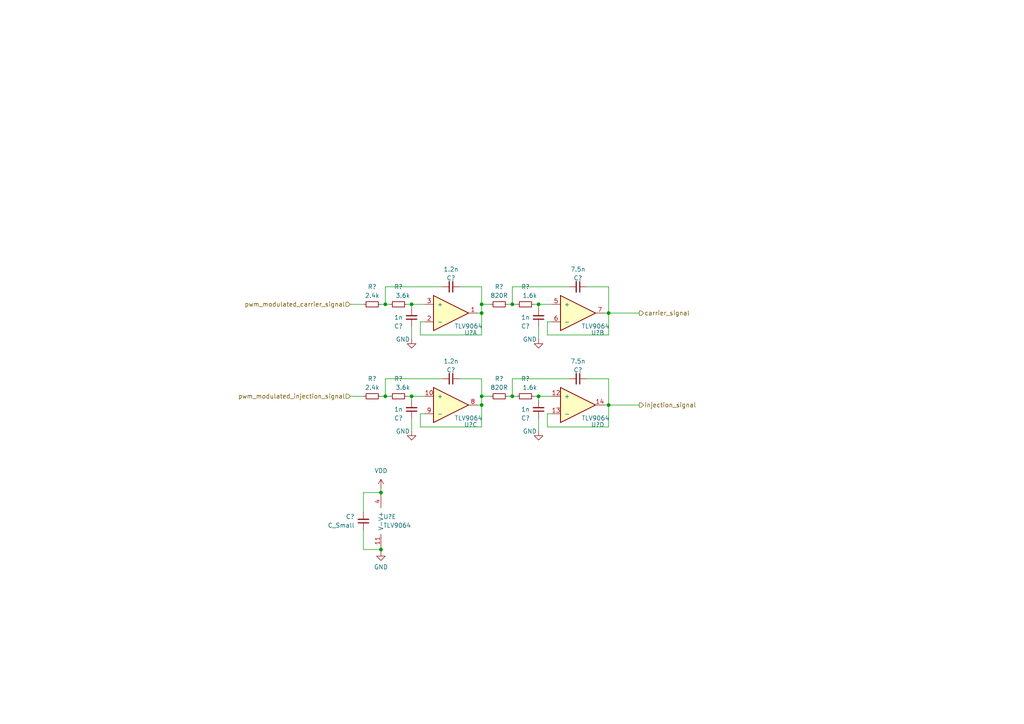
<source format=kicad_sch>
(kicad_sch (version 20211123) (generator eeschema)
  (paper "A4")
  (lib_symbols
    (symbol "Device:C_Small" (pin_numbers hide) (pin_names (offset 0.254) hide)
      (property "Reference" "C" (at 0.254 1.778 0))
      (property "Value" "C_Small" (at 0.254 -2.032 0))
      (symbol "C_Small_0_1"
        (polyline (pts (xy -1.524 -0.508) (xy 1.524 -0.508)) (stroke (width 0.3302)))
        (polyline (pts (xy -1.524 0.508) (xy 1.524 0.508)) (stroke (width 0.3048)))
      )
      (symbol "C_Small_1_1"
        (pin passive line (at 0 2.54 270) (length 2.032) (name "~") (number "1"))
        (pin passive line (at 0 -2.54 90) (length 2.032) (name "~") (number "2"))
      )
    )
    (symbol "Device:R_Small" (pin_numbers hide) (pin_names (offset 0.254) hide)
      (property "Reference" "R" (at 0.762 0.508 0))
      (property "Value" "R_Small" (at 0.762 -1.016 0))
      (symbol "R_Small_0_1"
        (rectangle (start -0.762 1.778) (end 0.762 -1.778) (stroke (width 0.2032)))
      )
      (symbol "R_Small_1_1"
        (pin passive line (at 0 2.54 270) (length 0.762) (name "~") (number "1"))
        (pin passive line (at 0 -2.54 90) (length 0.762) (name "~") (number "2"))
      )
    )
    (symbol "oe_flow:TLV9064" (pin_names (offset 1.016))
      (property "Reference" "U" (at 3.81 7.62 0))
      (property "Value" "TLV9064" (at 3.81 10.16 0))
      (symbol "TLV9064_1_1"
        (polyline (pts (xy -5.08 5.08) (xy 5.08 0) (xy -5.08 -5.08) (xy -5.08 5.08)) (stroke (width 0.254)) (fill (type background)))
        (pin output line (at 7.62 0 180) (length 2.54) (name "~") (number "1"))
        (pin input line (at -7.62 -2.54 0) (length 2.54) (name "-") (number "2"))
        (pin input line (at -7.62 2.54 0) (length 2.54) (name "+") (number "3"))
      )
      (symbol "TLV9064_2_1"
        (polyline (pts (xy -5.08 5.08) (xy 5.08 0) (xy -5.08 -5.08) (xy -5.08 5.08)) (stroke (width 0.254)) (fill (type background)))
        (pin input line (at -7.62 2.54 0) (length 2.54) (name "+") (number "5"))
        (pin input line (at -7.62 -2.54 0) (length 2.54) (name "-") (number "6"))
        (pin output line (at 7.62 0 180) (length 2.54) (name "~") (number "7"))
      )
      (symbol "TLV9064_3_1"
        (polyline (pts (xy -5.08 5.08) (xy 5.08 0) (xy -5.08 -5.08) (xy -5.08 5.08)) (stroke (width 0.254)) (fill (type background)))
        (pin input line (at -7.62 2.54 0) (length 2.54) (name "+") (number "10"))
        (pin output line (at 7.62 0 180) (length 2.54) (name "~") (number "8"))
        (pin input line (at -7.62 -2.54 0) (length 2.54) (name "-") (number "9"))
      )
      (symbol "TLV9064_4_1"
        (polyline (pts (xy -5.08 5.08) (xy 5.08 0) (xy -5.08 -5.08) (xy -5.08 5.08)) (stroke (width 0.254)) (fill (type background)))
        (pin input line (at -7.62 2.54 0) (length 2.54) (name "+") (number "12"))
        (pin input line (at -7.62 -2.54 0) (length 2.54) (name "-") (number "13"))
        (pin output line (at 7.62 0 180) (length 2.54) (name "~") (number "14"))
      )
      (symbol "TLV9064_5_1"
        (pin power_in line (at -2.54 -7.62 90) (length 3.81) (name "V-") (number "11"))
        (pin power_in line (at -2.54 7.62 270) (length 3.81) (name "V+") (number "4"))
      )
    )
    (symbol "power:GND" (power) (pin_names (offset 0))
      (property "Value" "GND" (at 0 -3.81 0))
      (symbol "GND_0_1"
        (polyline (pts (xy 0 0) (xy 0 -1.27) (xy 1.27 -1.27) (xy 0 -2.54) (xy -1.27 -1.27) (xy 0 -1.27)))
      )
      (symbol "GND_1_1"
        (pin power_in line (at 0 0 270) (length 0) hide (name "GND") (number "1"))
      )
    )
    (symbol "power:VDD" (power) (pin_names (offset 0))
      (property "Value" "VDD" (at 0 3.81 0))
      (symbol "VDD_0_1"
        (polyline (pts (xy -0.762 1.27) (xy 0 2.54)))
        (polyline (pts (xy 0 0) (xy 0 2.54)))
        (polyline (pts (xy 0 2.54) (xy 0.762 1.27)))
      )
      (symbol "VDD_1_1"
        (pin power_in line (at 0 0 90) (length 0) hide (name "VDD") (number "1"))
      )
    )
  )
  (junction (at 139.7 114.935))
  (junction (at 119.38 114.935))
  (junction (at 110.49 142.875))
  (junction (at 148.59 88.265))
  (junction (at 139.7 88.265))
  (junction (at 111.76 88.265))
  (junction (at 148.59 114.935))
  (junction (at 139.7 90.805))
  (junction (at 176.53 117.475))
  (junction (at 156.21 114.935))
  (junction (at 139.7 117.475))
  (junction (at 110.49 159.385))
  (junction (at 156.21 88.265))
  (junction (at 111.76 114.935))
  (junction (at 119.38 88.265))
  (junction (at 176.53 90.805))
  (wire (pts (xy 148.59 109.855) (xy 148.59 114.935)))
  (wire (pts (xy 165.1 109.855) (xy 148.59 109.855)))
  (wire (pts (xy 156.21 114.935) (xy 156.21 116.205)))
  (wire (pts (xy 119.38 88.265) (xy 119.38 89.535)))
  (wire (pts (xy 139.7 109.855) (xy 139.7 114.935)))
  (wire (pts (xy 119.38 88.265) (xy 123.19 88.265)))
  (wire (pts (xy 101.6 114.935) (xy 105.41 114.935)))
  (wire (pts (xy 154.94 88.265) (xy 156.21 88.265)))
  (wire (pts (xy 139.7 114.935) (xy 142.24 114.935)))
  (wire (pts (xy 170.18 83.185) (xy 176.53 83.185)))
  (wire (pts (xy 158.75 97.155) (xy 176.53 97.155)))
  (wire (pts (xy 176.53 117.475) (xy 176.53 123.825)))
  (wire (pts (xy 156.21 88.265) (xy 160.02 88.265)))
  (wire (pts (xy 119.38 114.935) (xy 123.19 114.935)))
  (wire (pts (xy 170.18 109.855) (xy 176.53 109.855)))
  (wire (pts (xy 160.02 93.345) (xy 158.75 93.345)))
  (wire (pts (xy 128.27 83.185) (xy 111.76 83.185)))
  (wire (pts (xy 121.92 93.345) (xy 121.92 97.155)))
  (wire (pts (xy 147.32 88.265) (xy 148.59 88.265)))
  (wire (pts (xy 139.7 97.155) (xy 139.7 90.805)))
  (wire (pts (xy 156.21 121.285) (xy 156.21 125.095)))
  (wire (pts (xy 118.11 88.265) (xy 119.38 88.265)))
  (wire (pts (xy 133.35 83.185) (xy 139.7 83.185)))
  (wire (pts (xy 148.59 83.185) (xy 148.59 88.265)))
  (wire (pts (xy 110.49 114.935) (xy 111.76 114.935)))
  (wire (pts (xy 148.59 114.935) (xy 149.86 114.935)))
  (wire (pts (xy 176.53 83.185) (xy 176.53 90.805)))
  (wire (pts (xy 105.41 159.385) (xy 110.49 159.385)))
  (wire (pts (xy 160.02 120.015) (xy 158.75 120.015)))
  (wire (pts (xy 156.21 114.935) (xy 160.02 114.935)))
  (wire (pts (xy 110.49 141.605) (xy 110.49 142.875)))
  (wire (pts (xy 118.11 114.935) (xy 119.38 114.935)))
  (wire (pts (xy 176.53 90.805) (xy 176.53 97.155)))
  (wire (pts (xy 139.7 90.805) (xy 138.43 90.805)))
  (wire (pts (xy 121.92 123.825) (xy 139.7 123.825)))
  (wire (pts (xy 111.76 88.265) (xy 113.03 88.265)))
  (wire (pts (xy 156.21 94.615) (xy 156.21 98.425)))
  (wire (pts (xy 148.59 88.265) (xy 149.86 88.265)))
  (wire (pts (xy 105.41 142.875) (xy 105.41 148.59)))
  (wire (pts (xy 154.94 114.935) (xy 156.21 114.935)))
  (wire (pts (xy 110.49 142.875) (xy 110.49 143.51)))
  (wire (pts (xy 105.41 153.67) (xy 105.41 159.385)))
  (wire (pts (xy 176.53 117.475) (xy 175.26 117.475)))
  (wire (pts (xy 158.75 93.345) (xy 158.75 97.155)))
  (wire (pts (xy 121.92 97.155) (xy 139.7 97.155)))
  (wire (pts (xy 111.76 83.185) (xy 111.76 88.265)))
  (wire (pts (xy 156.21 88.265) (xy 156.21 89.535)))
  (wire (pts (xy 147.32 114.935) (xy 148.59 114.935)))
  (wire (pts (xy 110.49 159.385) (xy 110.49 160.02)))
  (wire (pts (xy 110.49 142.875) (xy 105.41 142.875)))
  (wire (pts (xy 176.53 117.475) (xy 185.42 117.475)))
  (wire (pts (xy 123.19 93.345) (xy 121.92 93.345)))
  (wire (pts (xy 121.92 120.015) (xy 121.92 123.825)))
  (wire (pts (xy 110.49 88.265) (xy 111.76 88.265)))
  (wire (pts (xy 139.7 83.185) (xy 139.7 88.265)))
  (wire (pts (xy 139.7 123.825) (xy 139.7 117.475)))
  (wire (pts (xy 101.6 88.265) (xy 105.41 88.265)))
  (wire (pts (xy 128.27 109.855) (xy 111.76 109.855)))
  (wire (pts (xy 176.53 90.805) (xy 175.26 90.805)))
  (wire (pts (xy 110.49 158.75) (xy 110.49 159.385)))
  (wire (pts (xy 139.7 114.935) (xy 139.7 117.475)))
  (wire (pts (xy 165.1 83.185) (xy 148.59 83.185)))
  (wire (pts (xy 158.75 123.825) (xy 176.53 123.825)))
  (wire (pts (xy 133.35 109.855) (xy 139.7 109.855)))
  (wire (pts (xy 176.53 109.855) (xy 176.53 117.475)))
  (wire (pts (xy 111.76 114.935) (xy 113.03 114.935)))
  (wire (pts (xy 139.7 88.265) (xy 142.24 88.265)))
  (wire (pts (xy 123.19 120.015) (xy 121.92 120.015)))
  (wire (pts (xy 139.7 117.475) (xy 138.43 117.475)))
  (wire (pts (xy 119.38 114.935) (xy 119.38 116.205)))
  (wire (pts (xy 119.38 121.285) (xy 119.38 125.095)))
  (wire (pts (xy 158.75 120.015) (xy 158.75 123.825)))
  (wire (pts (xy 176.53 90.805) (xy 185.42 90.805)))
  (wire (pts (xy 111.76 109.855) (xy 111.76 114.935)))
  (wire (pts (xy 139.7 88.265) (xy 139.7 90.805)))
  (wire (pts (xy 119.38 94.615) (xy 119.38 98.425)))
  (hierarchical_label "carrier_signal" (shape output) (at 185.42 90.805 0))
  (hierarchical_label "pwm_modulated_injection_signal" (shape input) (at 101.6 114.935 180))
  (hierarchical_label "injection_signal" (shape output) (at 185.42 117.475 0))
  (hierarchical_label "pwm_modulated_carrier_signal" (shape input) (at 101.6 88.265 180))
  (symbol (lib_id "Device:R_Small") (at 152.4 88.265 270) (unit 1)
    (property "Reference" "R?" (at 152.4 83.185 90))
    (property "Value" "1.6k" (at 153.67 85.725 90))
  )
  (symbol (lib_id "Device:C_Small") (at 119.38 118.745 180) (unit 1)
    (property "Reference" "C?" (at 114.3 121.285 0) (effects (justify right)))
    (property "Value" "1n" (at 114.3 118.745 0) (effects (justify right)))
  )
  (symbol (lib_id "Device:C_Small") (at 167.64 109.855 270) (unit 1)
    (property "Reference" "C?" (at 167.64 107.315 90))
    (property "Value" "7.5n" (at 167.64 104.775 90))
  )
  (symbol (lib_id "power:GND") (at 110.49 160.02 0) (unit 1)
    (property "Reference" "#PWR?" (effects hide))
    (property "Value" "GND" (at 110.49 164.465 0))
  )
  (symbol (lib_id "oe_flow:TLV9064") (at 130.81 90.805 0) (unit 1)
    (property "Reference" "U?" (at 136.525 96.52 0))
    (property "Value" "TLV9064" (at 135.89 94.615 0))
  )
  (symbol (lib_id "oe_flow:TLV9064") (at 167.64 90.805 0) (unit 2)
    (property "Reference" "U?" (at 173.355 96.52 0))
    (property "Value" "TLV9064" (at 172.72 94.615 0))
  )
  (symbol (lib_id "Device:R_Small") (at 107.95 88.265 270) (unit 1)
    (property "Reference" "R?" (at 107.95 83.185 90))
    (property "Value" "2.4k" (at 107.95 85.725 90))
  )
  (symbol (lib_id "power:GND") (at 119.38 125.095 0) (unit 1)
    (property "Reference" "#PWR?" (effects hide))
    (property "Value" "GND" (at 116.84 125.095 0))
  )
  (symbol (lib_id "Device:R_Small") (at 144.78 88.265 270) (unit 1)
    (property "Reference" "R?" (at 144.78 83.185 90))
    (property "Value" "820R" (at 144.78 85.725 90))
  )
  (symbol (lib_id "Device:R_Small") (at 115.57 114.935 270) (unit 1)
    (property "Reference" "R?" (at 115.57 109.855 90))
    (property "Value" "3.6k" (at 116.84 112.395 90))
  )
  (symbol (lib_id "oe_flow:TLV9064") (at 167.64 117.475 0) (unit 4)
    (property "Reference" "U?" (at 173.355 123.19 0))
    (property "Value" "TLV9064" (at 172.72 121.285 0))
  )
  (symbol (lib_id "Device:C_Small") (at 167.64 83.185 270) (unit 1)
    (property "Reference" "C?" (at 167.64 80.645 90))
    (property "Value" "7.5n" (at 167.64 78.105 90))
  )
  (symbol (lib_id "Device:C_Small") (at 156.21 118.745 180) (unit 1)
    (property "Reference" "C?" (at 151.13 121.285 0) (effects (justify right)))
    (property "Value" "1n" (at 151.13 118.745 0) (effects (justify right)))
  )
  (symbol (lib_id "Device:R_Small") (at 144.78 114.935 270) (unit 1)
    (property "Reference" "R?" (at 144.78 109.855 90))
    (property "Value" "820R" (at 144.78 112.395 90))
  )
  (symbol (lib_id "Device:C_Small") (at 105.41 151.13 0) (mirror x) (unit 1)
    (property "Reference" "C?" (at 102.87 149.8535 0) (effects (justify right)))
    (property "Value" "C_Small" (at 102.87 152.3935 0) (effects (justify right)))
  )
  (symbol (lib_id "power:GND") (at 156.21 98.425 0) (unit 1)
    (property "Reference" "#PWR?" (effects hide))
    (property "Value" "GND" (at 153.67 98.425 0))
  )
  (symbol (lib_id "Device:C_Small") (at 156.21 92.075 180) (unit 1)
    (property "Reference" "C?" (at 151.13 94.615 0) (effects (justify right)))
    (property "Value" "1n" (at 151.13 92.075 0) (effects (justify right)))
  )
  (symbol (lib_id "Device:C_Small") (at 119.38 92.075 180) (unit 1)
    (property "Reference" "C?" (at 114.3 94.615 0) (effects (justify right)))
    (property "Value" "1n" (at 114.3 92.075 0) (effects (justify right)))
  )
  (symbol (lib_id "Device:R_Small") (at 107.95 114.935 270) (unit 1)
    (property "Reference" "R?" (at 107.95 109.855 90))
    (property "Value" "2.4k" (at 107.95 112.395 90))
  )
  (symbol (lib_id "power:GND") (at 156.21 125.095 0) (unit 1)
    (property "Reference" "#PWR?" (effects hide))
    (property "Value" "GND" (at 153.67 125.095 0))
  )
  (symbol (lib_id "power:GND") (at 119.38 98.425 0) (unit 1)
    (property "Reference" "#PWR?" (effects hide))
    (property "Value" "GND" (at 116.84 98.425 0))
  )
  (symbol (lib_id "power:VDD") (at 110.49 141.605 0) (unit 1)
    (property "Reference" "#PWR?" (effects hide))
    (property "Value" "VDD" (at 110.49 136.525 0))
  )
  (symbol (lib_id "oe_flow:TLV9064") (at 130.81 117.475 0) (unit 3)
    (property "Reference" "U?" (at 136.525 123.19 0))
    (property "Value" "TLV9064" (at 135.89 121.285 0))
  )
  (symbol (lib_id "Device:C_Small") (at 130.81 83.185 270) (unit 1)
    (property "Reference" "C?" (at 130.81 80.645 90))
    (property "Value" "1.2n" (at 130.81 78.105 90))
  )
  (symbol (lib_id "Device:R_Small") (at 115.57 88.265 270) (unit 1)
    (property "Reference" "R?" (at 115.57 83.185 90))
    (property "Value" "3.6k" (at 116.84 85.725 90))
  )
  (symbol (lib_id "Device:R_Small") (at 152.4 114.935 270) (unit 1)
    (property "Reference" "R?" (at 152.4 109.855 90))
    (property "Value" "1.6k" (at 153.67 112.395 90))
  )
  (symbol (lib_id "Device:C_Small") (at 130.81 109.855 270) (unit 1)
    (property "Reference" "C?" (at 130.81 107.315 90))
    (property "Value" "1.2n" (at 130.81 104.775 90))
  )
  (symbol (lib_id "oe_flow:TLV9064") (at 113.03 151.13 0) (unit 5)
    (property "Reference" "U?" (at 111.125 149.8599 0) (effects (justify left)))
    (property "Value" "TLV9064" (at 111.125 152.3999 0) (effects (justify left)))
  )
)
</source>
